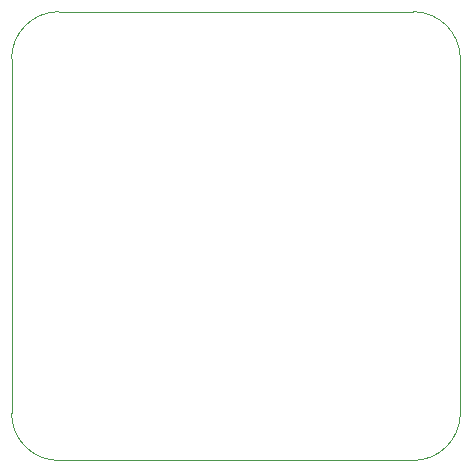
<source format=gbr>
%TF.GenerationSoftware,KiCad,Pcbnew,8.0.2*%
%TF.CreationDate,2024-06-01T15:43:53+01:00*%
%TF.ProjectId,hdmi-csi,68646d69-2d63-4736-992e-6b696361645f,rev?*%
%TF.SameCoordinates,Original*%
%TF.FileFunction,Profile,NP*%
%FSLAX46Y46*%
G04 Gerber Fmt 4.6, Leading zero omitted, Abs format (unit mm)*
G04 Created by KiCad (PCBNEW 8.0.2) date 2024-06-01 15:43:53*
%MOMM*%
%LPD*%
G01*
G04 APERTURE LIST*
%TA.AperFunction,Profile*%
%ADD10C,0.050000*%
%TD*%
G04 APERTURE END LIST*
D10*
X188000000Y-84000000D02*
X188000000Y-54000000D01*
X184000000Y-50000000D02*
G75*
G02*
X188000000Y-54000000I0J-4000000D01*
G01*
X188000000Y-84000000D02*
G75*
G02*
X184000000Y-88000000I-4000000J0D01*
G01*
X150000000Y-84000000D02*
X150000000Y-54000000D01*
X154000000Y-50000000D02*
X184000000Y-50000000D01*
X154000000Y-88000000D02*
G75*
G02*
X150000000Y-84000000I0J4000000D01*
G01*
X150000000Y-54000000D02*
G75*
G02*
X154000000Y-50000000I4000000J0D01*
G01*
X184000000Y-88000000D02*
X154000000Y-88000000D01*
M02*

</source>
